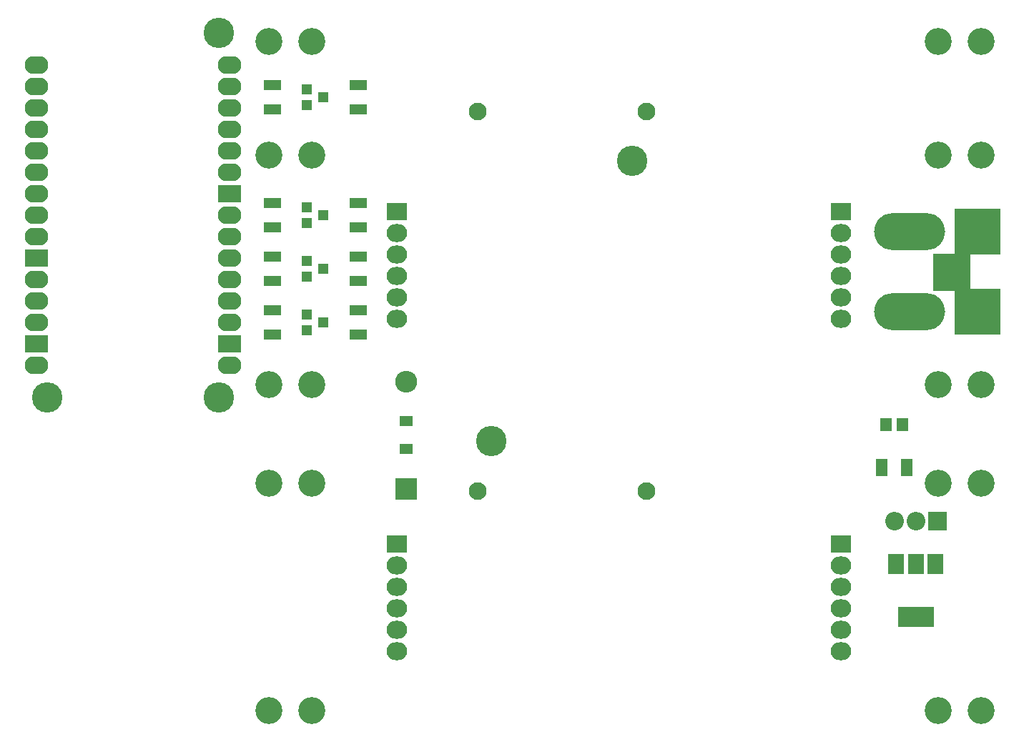
<source format=gts>
G04 #@! TF.FileFunction,Soldermask,Top*
%FSLAX46Y46*%
G04 Gerber Fmt 4.6, Leading zero omitted, Abs format (unit mm)*
G04 Created by KiCad (PCBNEW 4.0.4-stable) date 12/10/17 00:47:25*
%MOMM*%
%LPD*%
G01*
G04 APERTURE LIST*
%ADD10C,0.250000*%
%ADD11C,3.600000*%
%ADD12C,2.100000*%
%ADD13R,1.400000X2.000000*%
%ADD14R,1.400000X1.650000*%
%ADD15R,2.600000X2.600000*%
%ADD16O,2.600000X2.600000*%
%ADD17O,8.400000X4.400000*%
%ADD18R,5.400000X5.400000*%
%ADD19R,4.400000X4.400000*%
%ADD20O,2.432000X2.127200*%
%ADD21R,2.432000X2.127200*%
%ADD22C,3.200000*%
%ADD23R,1.300000X1.200000*%
%ADD24R,2.100000X1.300000*%
%ADD25R,2.200000X2.200000*%
%ADD26O,2.200000X2.200000*%
%ADD27O,2.800000X2.100000*%
%ADD28R,2.800000X2.100000*%
%ADD29R,1.600000X1.300000*%
%ADD30R,4.200000X2.400000*%
%ADD31R,1.900000X2.400000*%
G04 APERTURE END LIST*
D10*
D11*
X128840000Y-115650000D03*
X145480000Y-82470000D03*
D12*
X127160000Y-121560000D03*
X147160000Y-121560000D03*
X147160000Y-76560000D03*
X127160000Y-76560000D03*
D13*
X175030000Y-118745000D03*
X178030000Y-118745000D03*
D14*
X175530000Y-113665000D03*
X177530000Y-113665000D03*
D15*
X118745000Y-121285000D03*
D16*
X118745000Y-108585000D03*
D17*
X178340000Y-100330000D03*
D18*
X186340000Y-100330000D03*
D19*
X183340000Y-95630000D03*
D20*
X117625000Y-101175000D03*
X117625000Y-98635000D03*
X117625000Y-96095000D03*
X117625000Y-93555000D03*
X117625000Y-91015000D03*
D21*
X117625000Y-88475000D03*
D22*
X102455980Y-68336160D03*
X107535980Y-68336160D03*
X102453440Y-81798160D03*
X107533440Y-81798160D03*
X102453440Y-108976160D03*
X107533440Y-108976160D03*
X102453440Y-120660160D03*
X107533440Y-120660160D03*
X102453440Y-147584160D03*
X107533440Y-147584160D03*
X181701440Y-68336160D03*
X186781440Y-68336160D03*
X181701440Y-81798160D03*
X186781440Y-81798160D03*
X181701440Y-108976160D03*
X186781440Y-108976160D03*
X181701440Y-120660160D03*
X186781440Y-120660160D03*
X181701440Y-147584160D03*
X186781440Y-147584160D03*
D20*
X117625000Y-140550000D03*
X117625000Y-138010000D03*
X117625000Y-135470000D03*
X117625000Y-132930000D03*
X117625000Y-130390000D03*
D21*
X117625000Y-127850000D03*
D20*
X170200000Y-101175000D03*
X170200000Y-98635000D03*
X170200000Y-96095000D03*
X170200000Y-93555000D03*
X170200000Y-91015000D03*
D21*
X170200000Y-88475000D03*
D20*
X170200000Y-140525000D03*
X170200000Y-137985000D03*
X170200000Y-135445000D03*
X170200000Y-132905000D03*
X170200000Y-130365000D03*
D21*
X170200000Y-127825000D03*
D23*
X106950000Y-100650000D03*
X106950000Y-102550000D03*
X108950000Y-101600000D03*
X106950000Y-94300000D03*
X106950000Y-96200000D03*
X108950000Y-95250000D03*
X106950000Y-87950000D03*
X106950000Y-89850000D03*
X108950000Y-88900000D03*
X106950000Y-73980000D03*
X106950000Y-75880000D03*
X108950000Y-74930000D03*
D24*
X102870000Y-100150000D03*
X102870000Y-103050000D03*
X102870000Y-93800000D03*
X102870000Y-96700000D03*
X102870000Y-87450000D03*
X102870000Y-90350000D03*
X102870000Y-73480000D03*
X102870000Y-76380000D03*
X113030000Y-100150000D03*
X113030000Y-103050000D03*
X113030000Y-93800000D03*
X113030000Y-96700000D03*
X113030000Y-87450000D03*
X113030000Y-90350000D03*
X113030000Y-73480000D03*
X113030000Y-76380000D03*
D25*
X181610000Y-125095000D03*
D26*
X179070000Y-125095000D03*
X176530000Y-125095000D03*
D27*
X74930000Y-71120000D03*
D28*
X97790000Y-104140000D03*
D27*
X74930000Y-73660000D03*
X97790000Y-101600000D03*
X74930000Y-76200000D03*
X97790000Y-99060000D03*
X74930000Y-78740000D03*
X97790000Y-96520000D03*
X74930000Y-81280000D03*
X97790000Y-93980000D03*
X74930000Y-83820000D03*
X97790000Y-91440000D03*
X74930000Y-86360000D03*
X97790000Y-88900000D03*
X74930000Y-88900000D03*
D28*
X97790000Y-86360000D03*
D27*
X74930000Y-91440000D03*
X97790000Y-83820000D03*
D28*
X74930000Y-93980000D03*
D27*
X97790000Y-81280000D03*
X74930000Y-96520000D03*
X97790000Y-78740000D03*
X74930000Y-99060000D03*
X97790000Y-76200000D03*
X74930000Y-101600000D03*
X97790000Y-73660000D03*
D28*
X74930000Y-104140000D03*
D27*
X97790000Y-71120000D03*
X74930000Y-106680000D03*
X97790000Y-106680000D03*
D11*
X96520000Y-67310000D03*
X96520000Y-110490000D03*
X76200000Y-110490000D03*
D29*
X118745000Y-116585000D03*
X118745000Y-113285000D03*
D30*
X179070000Y-136500000D03*
D31*
X179070000Y-130200000D03*
X176770000Y-130200000D03*
X181370000Y-130200000D03*
D17*
X178340000Y-90805000D03*
D18*
X186340000Y-90805000D03*
M02*

</source>
